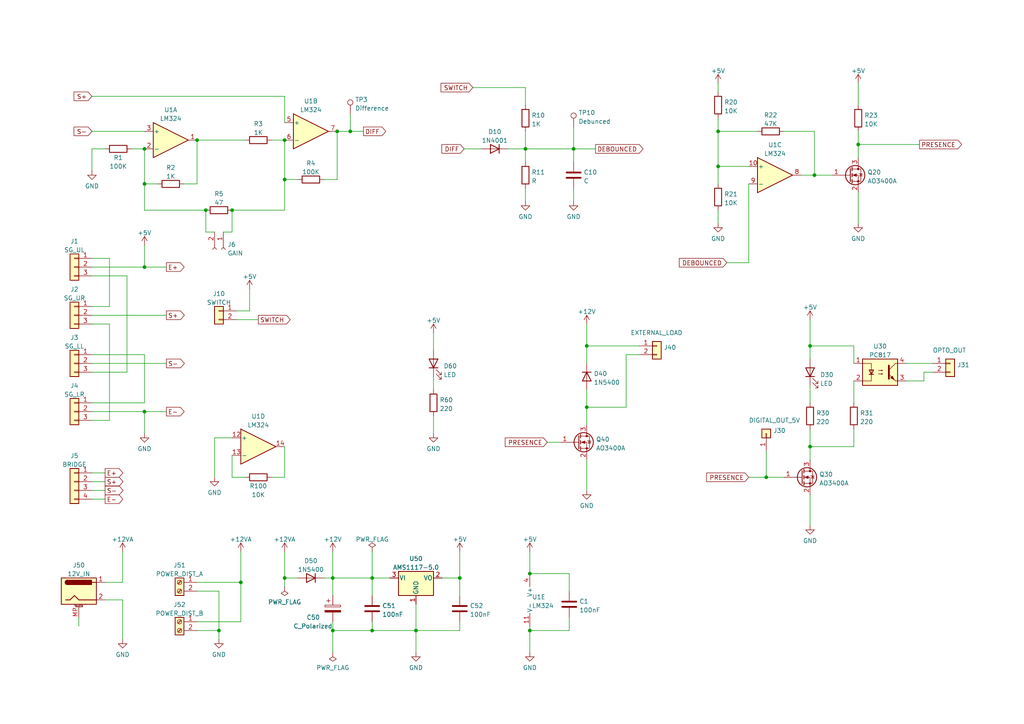
<source format=kicad_sch>
(kicad_sch (version 20211123) (generator eeschema)
  (paper "A4")
  (lib_symbols
    (symbol "Amplifier_Operational:LM324" (pin_names (offset 0.127))
      (property "Reference" "U" (at 0 5.08 0))
      (property "Value" "LM324" (at 0 -5.08 0))
      (symbol "LM324_1_1"
        (polyline (pts (xy -5.08 5.08) (xy 5.08 0) (xy -5.08 -5.08) (xy -5.08 5.08)) (stroke (width 0.254)) (fill (type background)))
        (pin output line (at 7.62 0 180) (length 2.54) (name "~") (number "1"))
        (pin input line (at -7.62 -2.54 0) (length 2.54) (name "-") (number "2"))
        (pin input line (at -7.62 2.54 0) (length 2.54) (name "+") (number "3"))
      )
      (symbol "LM324_2_1"
        (polyline (pts (xy -5.08 5.08) (xy 5.08 0) (xy -5.08 -5.08) (xy -5.08 5.08)) (stroke (width 0.254)) (fill (type background)))
        (pin input line (at -7.62 2.54 0) (length 2.54) (name "+") (number "5"))
        (pin input line (at -7.62 -2.54 0) (length 2.54) (name "-") (number "6"))
        (pin output line (at 7.62 0 180) (length 2.54) (name "~") (number "7"))
      )
      (symbol "LM324_3_1"
        (polyline (pts (xy -5.08 5.08) (xy 5.08 0) (xy -5.08 -5.08) (xy -5.08 5.08)) (stroke (width 0.254)) (fill (type background)))
        (pin input line (at -7.62 2.54 0) (length 2.54) (name "+") (number "10"))
        (pin output line (at 7.62 0 180) (length 2.54) (name "~") (number "8"))
        (pin input line (at -7.62 -2.54 0) (length 2.54) (name "-") (number "9"))
      )
      (symbol "LM324_4_1"
        (polyline (pts (xy -5.08 5.08) (xy 5.08 0) (xy -5.08 -5.08) (xy -5.08 5.08)) (stroke (width 0.254)) (fill (type background)))
        (pin input line (at -7.62 2.54 0) (length 2.54) (name "+") (number "12"))
        (pin input line (at -7.62 -2.54 0) (length 2.54) (name "-") (number "13"))
        (pin output line (at 7.62 0 180) (length 2.54) (name "~") (number "14"))
      )
      (symbol "LM324_5_1"
        (pin power_in line (at -2.54 -7.62 90) (length 3.81) (name "V-") (number "11"))
        (pin power_in line (at -2.54 7.62 270) (length 3.81) (name "V+") (number "4"))
      )
    )
    (symbol "Connector:Barrel_Jack_MountingPin" (pin_names hide)
      (property "Reference" "J" (at 0 5.334 0))
      (property "Value" "Barrel_Jack_MountingPin" (at 1.27 -6.35 0))
      (symbol "Barrel_Jack_MountingPin_0_1"
        (rectangle (start -5.08 3.81) (end 5.08 -3.81) (stroke (width 0.254)) (fill (type background)))
        (arc (start -3.302 3.175) (mid -3.937 2.54) (end -3.302 1.905) (stroke (width 0.254)))
        (arc (start -3.302 3.175) (mid -3.937 2.54) (end -3.302 1.905) (stroke (width 0.254)) (fill (type outline)))
        (polyline (pts (xy 5.08 2.54) (xy 3.81 2.54)) (stroke (width 0.254)))
        (polyline (pts (xy -3.81 -2.54) (xy -2.54 -2.54) (xy -1.27 -1.27) (xy 0 -2.54) (xy 2.54 -2.54) (xy 5.08 -2.54)) (stroke (width 0.254)))
        (rectangle (start 3.683 3.175) (end -3.302 1.905) (stroke (width 0.254)) (fill (type outline)))
      )
      (symbol "Barrel_Jack_MountingPin_1_1"
        (polyline (pts (xy -1.016 -4.572) (xy 1.016 -4.572)) (stroke (width 0.1524)))
        (text "Mounting" (at 0 -4.191 0) (effects (font (size 0.381 0.381))))
        (pin passive line (at 7.62 2.54 180) (length 2.54) (name "~") (number "1"))
        (pin passive line (at 7.62 -2.54 180) (length 2.54) (name "~") (number "2"))
        (pin passive line (at 0 -7.62 90) (length 3.048) (name "MountPin") (number "MP"))
      )
    )
    (symbol "Connector:Conn_01x02_Female" (pin_names (offset 1.016) hide)
      (property "Reference" "J" (at 0 2.54 0))
      (property "Value" "Conn_01x02_Female" (at 0 -5.08 0))
      (symbol "Conn_01x02_Female_1_1"
        (arc (start 0 -2.032) (mid -0.508 -2.54) (end 0 -3.048) (stroke (width 0.1524)))
        (polyline (pts (xy -1.27 -2.54) (xy -0.508 -2.54)) (stroke (width 0.1524)))
        (polyline (pts (xy -1.27 0) (xy -0.508 0)) (stroke (width 0.1524)))
        (arc (start 0 0.508) (mid -0.508 0) (end 0 -0.508) (stroke (width 0.1524)))
        (pin passive line (at -5.08 0 0) (length 3.81) (name "Pin_1") (number "1"))
        (pin passive line (at -5.08 -2.54 0) (length 3.81) (name "Pin_2") (number "2"))
      )
    )
    (symbol "Connector:Screw_Terminal_01x02" (pin_names (offset 1.016) hide)
      (property "Reference" "J" (at 0 2.54 0))
      (property "Value" "Screw_Terminal_01x02" (at 0 -5.08 0))
      (symbol "Screw_Terminal_01x02_1_1"
        (rectangle (start -1.27 1.27) (end 1.27 -3.81) (stroke (width 0.254)) (fill (type background)))
        (circle (center 0 -2.54) (radius 0.635) (stroke (width 0.1524)))
        (polyline (pts (xy -0.5334 -2.2098) (xy 0.3302 -3.048)) (stroke (width 0.1524)))
        (polyline (pts (xy -0.5334 0.3302) (xy 0.3302 -0.508)) (stroke (width 0.1524)))
        (polyline (pts (xy -0.3556 -2.032) (xy 0.508 -2.8702)) (stroke (width 0.1524)))
        (polyline (pts (xy -0.3556 0.508) (xy 0.508 -0.3302)) (stroke (width 0.1524)))
        (circle (center 0 0) (radius 0.635) (stroke (width 0.1524)))
        (pin passive line (at -5.08 0 0) (length 3.81) (name "Pin_1") (number "1"))
        (pin passive line (at -5.08 -2.54 0) (length 3.81) (name "Pin_2") (number "2"))
      )
    )
    (symbol "Connector:TestPoint" (pin_numbers hide) (pin_names (offset 0.762) hide)
      (property "Reference" "TP" (at 0 6.858 0))
      (property "Value" "TestPoint" (at 0 5.08 0))
      (symbol "TestPoint_0_1"
        (circle (center 0 3.302) (radius 0.762))
      )
      (symbol "TestPoint_1_1"
        (pin passive line (at 0 0 90) (length 2.54) (name "1") (number "1"))
      )
    )
    (symbol "Connector_Generic:Conn_01x01" (pin_names (offset 1.016) hide)
      (property "Reference" "J" (at 0 2.54 0))
      (property "Value" "Conn_01x01" (at 0 -2.54 0))
      (symbol "Conn_01x01_1_1"
        (rectangle (start -1.27 0.127) (end 0 -0.127) (stroke (width 0.1524)))
        (rectangle (start -1.27 1.27) (end 1.27 -1.27) (stroke (width 0.254)) (fill (type background)))
        (pin passive line (at -5.08 0 0) (length 3.81) (name "Pin_1") (number "1"))
      )
    )
    (symbol "Connector_Generic:Conn_01x02" (pin_names (offset 1.016) hide)
      (property "Reference" "J" (at 0 2.54 0))
      (property "Value" "Conn_01x02" (at 0 -5.08 0))
      (symbol "Conn_01x02_1_1"
        (rectangle (start -1.27 -2.413) (end 0 -2.667) (stroke (width 0.1524)))
        (rectangle (start -1.27 0.127) (end 0 -0.127) (stroke (width 0.1524)))
        (rectangle (start -1.27 1.27) (end 1.27 -3.81) (stroke (width 0.254)) (fill (type background)))
        (pin passive line (at -5.08 0 0) (length 3.81) (name "Pin_1") (number "1"))
        (pin passive line (at -5.08 -2.54 0) (length 3.81) (name "Pin_2") (number "2"))
      )
    )
    (symbol "Connector_Generic:Conn_01x03" (pin_names (offset 1.016) hide)
      (property "Reference" "J" (at 0 5.08 0))
      (property "Value" "Conn_01x03" (at 0 -5.08 0))
      (symbol "Conn_01x03_1_1"
        (rectangle (start -1.27 -2.413) (end 0 -2.667) (stroke (width 0.1524)))
        (rectangle (start -1.27 0.127) (end 0 -0.127) (stroke (width 0.1524)))
        (rectangle (start -1.27 2.667) (end 0 2.413) (stroke (width 0.1524)))
        (rectangle (start -1.27 3.81) (end 1.27 -3.81) (stroke (width 0.254)) (fill (type background)))
        (pin passive line (at -5.08 2.54 0) (length 3.81) (name "Pin_1") (number "1"))
        (pin passive line (at -5.08 0 0) (length 3.81) (name "Pin_2") (number "2"))
        (pin passive line (at -5.08 -2.54 0) (length 3.81) (name "Pin_3") (number "3"))
      )
    )
    (symbol "Connector_Generic:Conn_01x04" (pin_names (offset 1.016) hide)
      (property "Reference" "J" (at 0 5.08 0))
      (property "Value" "Conn_01x04" (at 0 -7.62 0))
      (symbol "Conn_01x04_1_1"
        (rectangle (start -1.27 -4.953) (end 0 -5.207) (stroke (width 0.1524)))
        (rectangle (start -1.27 -2.413) (end 0 -2.667) (stroke (width 0.1524)))
        (rectangle (start -1.27 0.127) (end 0 -0.127) (stroke (width 0.1524)))
        (rectangle (start -1.27 2.667) (end 0 2.413) (stroke (width 0.1524)))
        (rectangle (start -1.27 3.81) (end 1.27 -6.35) (stroke (width 0.254)) (fill (type background)))
        (pin passive line (at -5.08 2.54 0) (length 3.81) (name "Pin_1") (number "1"))
        (pin passive line (at -5.08 0 0) (length 3.81) (name "Pin_2") (number "2"))
        (pin passive line (at -5.08 -2.54 0) (length 3.81) (name "Pin_3") (number "3"))
        (pin passive line (at -5.08 -5.08 0) (length 3.81) (name "Pin_4") (number "4"))
      )
    )
    (symbol "Device:C" (pin_numbers hide) (pin_names (offset 0.254))
      (property "Reference" "C" (at 0.635 2.54 0))
      (property "Value" "C" (at 0.635 -2.54 0))
      (symbol "C_0_1"
        (polyline (pts (xy -2.032 -0.762) (xy 2.032 -0.762)) (stroke (width 0.508)))
        (polyline (pts (xy -2.032 0.762) (xy 2.032 0.762)) (stroke (width 0.508)))
      )
      (symbol "C_1_1"
        (pin passive line (at 0 3.81 270) (length 2.794) (name "~") (number "1"))
        (pin passive line (at 0 -3.81 90) (length 2.794) (name "~") (number "2"))
      )
    )
    (symbol "Device:C_Polarized" (pin_numbers hide) (pin_names (offset 0.254))
      (property "Reference" "C" (at 0.635 2.54 0))
      (property "Value" "C_Polarized" (at 0.635 -2.54 0))
      (symbol "C_Polarized_0_1"
        (rectangle (start -2.286 0.508) (end 2.286 1.016))
        (polyline (pts (xy -1.778 2.286) (xy -0.762 2.286)))
        (polyline (pts (xy -1.27 2.794) (xy -1.27 1.778)))
        (rectangle (start 2.286 -0.508) (end -2.286 -1.016) (fill (type outline)))
      )
      (symbol "C_Polarized_1_1"
        (pin passive line (at 0 3.81 270) (length 2.794) (name "~") (number "1"))
        (pin passive line (at 0 -3.81 90) (length 2.794) (name "~") (number "2"))
      )
    )
    (symbol "Device:LED" (pin_numbers hide) (pin_names (offset 1.016) hide)
      (property "Reference" "D" (at 0 2.54 0))
      (property "Value" "LED" (at 0 -2.54 0))
      (symbol "LED_0_1"
        (polyline (pts (xy -1.27 -1.27) (xy -1.27 1.27)) (stroke (width 0.254)))
        (polyline (pts (xy -1.27 0) (xy 1.27 0)))
        (polyline (pts (xy 1.27 -1.27) (xy 1.27 1.27) (xy -1.27 0) (xy 1.27 -1.27)) (stroke (width 0.254)))
        (polyline (pts (xy -3.048 -0.762) (xy -4.572 -2.286) (xy -3.81 -2.286) (xy -4.572 -2.286) (xy -4.572 -1.524)))
        (polyline (pts (xy -1.778 -0.762) (xy -3.302 -2.286) (xy -2.54 -2.286) (xy -3.302 -2.286) (xy -3.302 -1.524)))
      )
      (symbol "LED_1_1"
        (pin passive line (at -3.81 0 0) (length 2.54) (name "K") (number "1"))
        (pin passive line (at 3.81 0 180) (length 2.54) (name "A") (number "2"))
      )
    )
    (symbol "Device:R" (pin_numbers hide) (pin_names (offset 0))
      (property "Reference" "R" (at 2.032 0 90))
      (property "Value" "R" (at 0 0 90))
      (symbol "R_0_1"
        (rectangle (start -1.016 -2.54) (end 1.016 2.54) (stroke (width 0.254)))
      )
      (symbol "R_1_1"
        (pin passive line (at 0 3.81 270) (length 1.27) (name "~") (number "1"))
        (pin passive line (at 0 -3.81 90) (length 1.27) (name "~") (number "2"))
      )
    )
    (symbol "Diode:1N4001" (pin_numbers hide) (pin_names (offset 1.016) hide)
      (property "Reference" "D" (at 0 2.54 0))
      (property "Value" "1N4001" (at 0 -2.54 0))
      (symbol "1N4001_0_1"
        (polyline (pts (xy -1.27 1.27) (xy -1.27 -1.27)) (stroke (width 0.254)))
        (polyline (pts (xy 1.27 0) (xy -1.27 0)))
        (polyline (pts (xy 1.27 1.27) (xy 1.27 -1.27) (xy -1.27 0) (xy 1.27 1.27)) (stroke (width 0.254)))
      )
      (symbol "1N4001_1_1"
        (pin passive line (at -3.81 0 0) (length 2.54) (name "K") (number "1"))
        (pin passive line (at 3.81 0 180) (length 2.54) (name "A") (number "2"))
      )
    )
    (symbol "Diode:1N5400" (pin_numbers hide) (pin_names (offset 1.016) hide)
      (property "Reference" "D" (at 0 2.54 0))
      (property "Value" "1N5400" (at 0 -2.54 0))
      (symbol "1N5400_0_1"
        (polyline (pts (xy -1.27 1.27) (xy -1.27 -1.27)) (stroke (width 0.254)))
        (polyline (pts (xy 1.27 0) (xy -1.27 0)))
        (polyline (pts (xy 1.27 1.27) (xy 1.27 -1.27) (xy -1.27 0) (xy 1.27 1.27)) (stroke (width 0.254)))
      )
      (symbol "1N5400_1_1"
        (pin passive line (at -3.81 0 0) (length 2.54) (name "K") (number "1"))
        (pin passive line (at 3.81 0 180) (length 2.54) (name "A") (number "2"))
      )
    )
    (symbol "Isolator:PC817" (pin_names (offset 1.016))
      (property "Reference" "U" (at -5.08 5.08 0))
      (property "Value" "PC817" (at 0 5.08 0))
      (symbol "PC817_0_1"
        (rectangle (start -5.08 3.81) (end 5.08 -3.81) (stroke (width 0.254)) (fill (type background)))
        (polyline (pts (xy -3.175 -0.635) (xy -1.905 -0.635)) (stroke (width 0.254)))
        (polyline (pts (xy 2.54 0.635) (xy 4.445 2.54)))
        (polyline (pts (xy 4.445 -2.54) (xy 2.54 -0.635)) (fill (type outline)))
        (polyline (pts (xy 4.445 -2.54) (xy 5.08 -2.54)))
        (polyline (pts (xy 4.445 2.54) (xy 5.08 2.54)))
        (polyline (pts (xy -5.08 2.54) (xy -2.54 2.54) (xy -2.54 -0.635)))
        (polyline (pts (xy -2.54 -0.635) (xy -2.54 -2.54) (xy -5.08 -2.54)))
        (polyline (pts (xy 2.54 1.905) (xy 2.54 -1.905) (xy 2.54 -1.905)) (stroke (width 0.508)))
        (polyline (pts (xy -2.54 -0.635) (xy -3.175 0.635) (xy -1.905 0.635) (xy -2.54 -0.635)) (stroke (width 0.254)))
        (polyline (pts (xy -0.508 -0.508) (xy 0.762 -0.508) (xy 0.381 -0.635) (xy 0.381 -0.381) (xy 0.762 -0.508)))
        (polyline (pts (xy -0.508 0.508) (xy 0.762 0.508) (xy 0.381 0.381) (xy 0.381 0.635) (xy 0.762 0.508)))
        (polyline (pts (xy 3.048 -1.651) (xy 3.556 -1.143) (xy 4.064 -2.159) (xy 3.048 -1.651) (xy 3.048 -1.651)) (fill (type outline)))
      )
      (symbol "PC817_1_1"
        (pin passive line (at -7.62 2.54 0) (length 2.54) (name "~") (number "1"))
        (pin passive line (at -7.62 -2.54 0) (length 2.54) (name "~") (number "2"))
        (pin passive line (at 7.62 -2.54 180) (length 2.54) (name "~") (number "3"))
        (pin passive line (at 7.62 2.54 180) (length 2.54) (name "~") (number "4"))
      )
    )
    (symbol "Regulator_Linear:AMS1117-5.0" (pin_names (offset 0.254))
      (property "Reference" "U" (at -3.81 3.175 0))
      (property "Value" "AMS1117-5.0" (at 0 3.175 0))
      (symbol "AMS1117-5.0_0_1"
        (rectangle (start -5.08 -5.08) (end 5.08 1.905) (stroke (width 0.254)) (fill (type background)))
      )
      (symbol "AMS1117-5.0_1_1"
        (pin power_in line (at 0 -7.62 90) (length 2.54) (name "GND") (number "1"))
        (pin power_out line (at 7.62 0 180) (length 2.54) (name "VO") (number "2"))
        (pin power_in line (at -7.62 0 0) (length 2.54) (name "VI") (number "3"))
      )
    )
    (symbol "Transistor_FET:AO3400A" (pin_names hide)
      (property "Reference" "Q" (at 5.08 1.905 0))
      (property "Value" "AO3400A" (at 5.08 0 0))
      (symbol "AO3400A_0_1"
        (polyline (pts (xy 0.254 0) (xy -2.54 0)))
        (polyline (pts (xy 0.254 1.905) (xy 0.254 -1.905)) (stroke (width 0.254)))
        (polyline (pts (xy 0.762 -1.27) (xy 0.762 -2.286)) (stroke (width 0.254)))
        (polyline (pts (xy 0.762 0.508) (xy 0.762 -0.508)) (stroke (width 0.254)))
        (polyline (pts (xy 0.762 2.286) (xy 0.762 1.27)) (stroke (width 0.254)))
        (polyline (pts (xy 2.54 2.54) (xy 2.54 1.778)))
        (polyline (pts (xy 2.54 -2.54) (xy 2.54 0) (xy 0.762 0)))
        (polyline (pts (xy 0.762 -1.778) (xy 3.302 -1.778) (xy 3.302 1.778) (xy 0.762 1.778)))
        (polyline (pts (xy 1.016 0) (xy 2.032 0.381) (xy 2.032 -0.381) (xy 1.016 0)) (fill (type outline)))
        (polyline (pts (xy 2.794 0.508) (xy 2.921 0.381) (xy 3.683 0.381) (xy 3.81 0.254)))
        (polyline (pts (xy 3.302 0.381) (xy 2.921 -0.254) (xy 3.683 -0.254) (xy 3.302 0.381)))
        (circle (center 1.651 0) (radius 2.794) (stroke (width 0.254)))
        (circle (center 2.54 -1.778) (radius 0.254) (fill (type outline)))
        (circle (center 2.54 1.778) (radius 0.254) (fill (type outline)))
      )
      (symbol "AO3400A_1_1"
        (pin input line (at -5.08 0 0) (length 2.54) (name "G") (number "1"))
        (pin passive line (at 2.54 -5.08 90) (length 2.54) (name "S") (number "2"))
        (pin passive line (at 2.54 5.08 270) (length 2.54) (name "D") (number "3"))
      )
    )
    (symbol "power:+12V" (power) (pin_names (offset 0))
      (property "Value" "+12V" (at 0 3.556 0))
      (symbol "+12V_0_1"
        (polyline (pts (xy -0.762 1.27) (xy 0 2.54)))
        (polyline (pts (xy 0 0) (xy 0 2.54)))
        (polyline (pts (xy 0 2.54) (xy 0.762 1.27)))
      )
      (symbol "+12V_1_1"
        (pin power_in line (at 0 0 90) (length 0) hide (name "+12V") (number "1"))
      )
    )
    (symbol "power:+12VA" (power) (pin_names (offset 0))
      (property "Value" "+12VA" (at 0 3.556 0))
      (symbol "+12VA_0_1"
        (polyline (pts (xy -0.762 1.27) (xy 0 2.54)))
        (polyline (pts (xy 0 0) (xy 0 2.54)))
        (polyline (pts (xy 0 2.54) (xy 0.762 1.27)))
      )
      (symbol "+12VA_1_1"
        (pin power_in line (at 0 0 90) (length 0) hide (name "+12VA") (number "1"))
      )
    )
    (symbol "power:+5V" (power) (pin_names (offset 0))
      (property "Value" "+5V" (at 0 3.556 0))
      (symbol "+5V_0_1"
        (polyline (pts (xy -0.762 1.27) (xy 0 2.54)))
        (polyline (pts (xy 0 0) (xy 0 2.54)))
        (polyline (pts (xy 0 2.54) (xy 0.762 1.27)))
      )
      (symbol "+5V_1_1"
        (pin power_in line (at 0 0 90) (length 0) hide (name "+5V") (number "1"))
      )
    )
    (symbol "power:GND" (power) (pin_names (offset 0))
      (property "Value" "GND" (at 0 -3.81 0))
      (symbol "GND_0_1"
        (polyline (pts (xy 0 0) (xy 0 -1.27) (xy 1.27 -1.27) (xy 0 -2.54) (xy -1.27 -1.27) (xy 0 -1.27)))
      )
      (symbol "GND_1_1"
        (pin power_in line (at 0 0 270) (length 0) hide (name "GND") (number "1"))
      )
    )
    (symbol "power:PWR_FLAG" (power) (pin_numbers hide) (pin_names (offset 0) hide)
      (property "Value" "PWR_FLAG" (at 0 3.81 0))
      (symbol "PWR_FLAG_0_0"
        (pin power_out line (at 0 0 90) (length 0) (name "pwr") (number "1"))
      )
      (symbol "PWR_FLAG_0_1"
        (polyline (pts (xy 0 0) (xy 0 1.27) (xy -1.016 1.905) (xy 0 2.54) (xy 1.016 1.905) (xy 0 1.27)))
      )
    )
  )
  (junction (at 41.91 43.18))
  (junction (at 82.55 167.64))
  (junction (at 41.91 119.38))
  (junction (at 107.95 182.88))
  (junction (at 153.67 182.88))
  (junction (at 97.79 38.1))
  (junction (at 153.67 166.37))
  (junction (at 63.5 182.88))
  (junction (at 96.52 167.64))
  (junction (at 120.65 182.88))
  (junction (at 82.55 40.64))
  (junction (at 96.52 182.88))
  (junction (at 82.55 52.07))
  (junction (at 41.91 53.34))
  (junction (at 101.6 38.1))
  (junction (at 67.31 60.96))
  (junction (at 57.15 40.64))
  (junction (at 166.37 43.18))
  (junction (at 59.69 60.96))
  (junction (at 133.35 167.64))
  (junction (at 208.28 38.1))
  (junction (at 107.95 167.64))
  (junction (at 152.4 43.18))
  (junction (at 236.22 50.8))
  (junction (at 69.85 168.91))
  (junction (at 248.92 41.91))
  (junction (at 234.95 100.33))
  (junction (at 170.18 100.33))
  (junction (at 41.91 77.47))
  (junction (at 170.18 118.11))
  (junction (at 222.25 138.43))
  (junction (at 208.28 48.26))
  (junction (at 234.95 129.54))
  (wire (pts (xy 120.65 182.88) (xy 133.35 182.88)))
  (wire (pts (xy 125.73 96.52) (xy 125.73 101.6)))
  (wire (pts (xy 236.22 50.8) (xy 241.3 50.8)))
  (wire (pts (xy 26.67 105.41) (xy 48.26 105.41)))
  (wire (pts (xy 247.65 100.33) (xy 247.65 105.41)))
  (wire (pts (xy 107.95 167.64) (xy 107.95 172.72)))
  (wire (pts (xy 170.18 113.03) (xy 170.18 118.11)))
  (wire (pts (xy 153.67 181.61) (xy 153.67 182.88)))
  (wire (pts (xy 26.67 102.87) (xy 41.91 102.87)))
  (wire (pts (xy 120.65 182.88) (xy 120.65 189.23)))
  (wire (pts (xy 57.15 53.34) (xy 57.15 40.64)))
  (wire (pts (xy 236.22 38.1) (xy 236.22 50.8)))
  (wire (pts (xy 170.18 118.11) (xy 170.18 123.19)))
  (wire (pts (xy 234.95 100.33) (xy 234.95 104.14)))
  (wire (pts (xy 234.95 143.51) (xy 234.95 152.4)))
  (wire (pts (xy 96.52 167.64) (xy 96.52 172.72)))
  (wire (pts (xy 107.95 182.88) (xy 120.65 182.88)))
  (wire (pts (xy 22.86 179.07) (xy 22.86 181.61)))
  (wire (pts (xy 208.28 48.26) (xy 208.28 53.34)))
  (wire (pts (xy 78.74 40.64) (xy 82.55 40.64)))
  (wire (pts (xy 69.85 168.91) (xy 69.85 180.34)))
  (wire (pts (xy 35.56 160.02) (xy 35.56 168.91)))
  (wire (pts (xy 101.6 33.02) (xy 101.6 38.1)))
  (wire (pts (xy 68.58 92.71) (xy 74.93 92.71)))
  (wire (pts (xy 26.67 43.18) (xy 26.67 49.53)))
  (wire (pts (xy 26.67 137.16) (xy 30.48 137.16)))
  (wire (pts (xy 208.28 60.96) (xy 208.28 64.77)))
  (wire (pts (xy 41.91 116.84) (xy 26.67 116.84)))
  (wire (pts (xy 82.55 27.94) (xy 82.55 35.56)))
  (wire (pts (xy 248.92 41.91) (xy 248.92 45.72)))
  (wire (pts (xy 165.1 171.45) (xy 165.1 166.37)))
  (wire (pts (xy 147.32 43.18) (xy 152.4 43.18)))
  (wire (pts (xy 170.18 100.33) (xy 185.42 100.33)))
  (wire (pts (xy 248.92 41.91) (xy 266.7 41.91)))
  (wire (pts (xy 82.55 167.64) (xy 86.36 167.64)))
  (wire (pts (xy 152.4 38.1) (xy 152.4 43.18)))
  (wire (pts (xy 97.79 52.07) (xy 93.98 52.07)))
  (wire (pts (xy 82.55 160.02) (xy 82.55 167.64)))
  (wire (pts (xy 247.65 110.49) (xy 247.65 116.84)))
  (wire (pts (xy 248.92 38.1) (xy 248.92 41.91)))
  (wire (pts (xy 38.1 43.18) (xy 41.91 43.18)))
  (wire (pts (xy 26.67 93.98) (xy 31.75 93.98)))
  (wire (pts (xy 234.95 124.46) (xy 234.95 129.54)))
  (wire (pts (xy 26.67 77.47) (xy 41.91 77.47)))
  (wire (pts (xy 97.79 38.1) (xy 97.79 52.07)))
  (wire (pts (xy 96.52 182.88) (xy 96.52 189.23)))
  (wire (pts (xy 101.6 38.1) (xy 105.41 38.1)))
  (wire (pts (xy 247.65 124.46) (xy 247.65 129.54)))
  (wire (pts (xy 86.36 52.07) (xy 82.55 52.07)))
  (wire (pts (xy 153.67 182.88) (xy 153.67 189.23)))
  (wire (pts (xy 217.17 48.26) (xy 208.28 48.26)))
  (wire (pts (xy 48.26 119.38) (xy 41.91 119.38)))
  (wire (pts (xy 72.39 90.17) (xy 68.58 90.17)))
  (wire (pts (xy 82.55 60.96) (xy 82.55 52.07)))
  (wire (pts (xy 67.31 138.43) (xy 71.12 138.43)))
  (wire (pts (xy 107.95 167.64) (xy 96.52 167.64)))
  (wire (pts (xy 166.37 36.83) (xy 166.37 43.18)))
  (wire (pts (xy 133.35 167.64) (xy 133.35 172.72)))
  (wire (pts (xy 67.31 60.96) (xy 82.55 60.96)))
  (wire (pts (xy 26.67 74.93) (xy 31.75 74.93)))
  (wire (pts (xy 152.4 54.61) (xy 152.4 58.42)))
  (wire (pts (xy 26.67 27.94) (xy 82.55 27.94)))
  (wire (pts (xy 248.92 24.13) (xy 248.92 30.48)))
  (wire (pts (xy 262.89 105.41) (xy 270.51 105.41)))
  (wire (pts (xy 222.25 138.43) (xy 227.33 138.43)))
  (wire (pts (xy 165.1 179.07) (xy 165.1 182.88)))
  (wire (pts (xy 41.91 119.38) (xy 41.91 125.73)))
  (wire (pts (xy 26.67 80.01) (xy 36.83 80.01)))
  (wire (pts (xy 234.95 129.54) (xy 234.95 133.35)))
  (wire (pts (xy 208.28 38.1) (xy 219.71 38.1)))
  (wire (pts (xy 41.91 119.38) (xy 26.67 119.38)))
  (wire (pts (xy 247.65 129.54) (xy 234.95 129.54)))
  (wire (pts (xy 31.75 93.98) (xy 31.75 121.92)))
  (wire (pts (xy 227.33 38.1) (xy 236.22 38.1)))
  (wire (pts (xy 120.65 175.26) (xy 120.65 182.88)))
  (wire (pts (xy 134.62 43.18) (xy 139.7 43.18)))
  (wire (pts (xy 82.55 138.43) (xy 82.55 129.54)))
  (wire (pts (xy 45.72 53.34) (xy 41.91 53.34)))
  (wire (pts (xy 41.91 53.34) (xy 41.91 60.96)))
  (wire (pts (xy 67.31 127) (xy 62.23 127)))
  (wire (pts (xy 152.4 43.18) (xy 166.37 43.18)))
  (wire (pts (xy 57.15 180.34) (xy 69.85 180.34)))
  (wire (pts (xy 62.23 127) (xy 62.23 138.43)))
  (wire (pts (xy 107.95 180.34) (xy 107.95 182.88)))
  (wire (pts (xy 107.95 182.88) (xy 96.52 182.88)))
  (wire (pts (xy 30.48 173.99) (xy 35.56 173.99)))
  (wire (pts (xy 78.74 138.43) (xy 82.55 138.43)))
  (wire (pts (xy 137.16 25.4) (xy 152.4 25.4)))
  (wire (pts (xy 234.95 111.76) (xy 234.95 116.84)))
  (wire (pts (xy 96.52 182.88) (xy 96.52 180.34)))
  (wire (pts (xy 31.75 74.93) (xy 31.75 88.9)))
  (wire (pts (xy 170.18 100.33) (xy 170.18 105.41)))
  (wire (pts (xy 64.77 67.31) (xy 67.31 67.31)))
  (wire (pts (xy 234.95 92.71) (xy 234.95 100.33)))
  (wire (pts (xy 234.95 100.33) (xy 247.65 100.33)))
  (wire (pts (xy 181.61 118.11) (xy 170.18 118.11)))
  (wire (pts (xy 107.95 160.02) (xy 107.95 167.64)))
  (wire (pts (xy 270.51 107.95) (xy 267.97 107.95)))
  (wire (pts (xy 166.37 43.18) (xy 166.37 46.99)))
  (wire (pts (xy 128.27 167.64) (xy 133.35 167.64)))
  (wire (pts (xy 217.17 53.34) (xy 217.17 76.2)))
  (wire (pts (xy 69.85 160.02) (xy 69.85 168.91)))
  (wire (pts (xy 41.91 53.34) (xy 41.91 43.18)))
  (wire (pts (xy 57.15 40.64) (xy 71.12 40.64)))
  (wire (pts (xy 152.4 43.18) (xy 152.4 46.99)))
  (wire (pts (xy 57.15 168.91) (xy 69.85 168.91)))
  (wire (pts (xy 125.73 109.22) (xy 125.73 113.03)))
  (wire (pts (xy 158.75 128.27) (xy 162.56 128.27)))
  (wire (pts (xy 26.67 38.1) (xy 41.91 38.1)))
  (wire (pts (xy 181.61 102.87) (xy 181.61 118.11)))
  (wire (pts (xy 26.67 142.24) (xy 30.48 142.24)))
  (wire (pts (xy 57.15 171.45) (xy 63.5 171.45)))
  (wire (pts (xy 208.28 48.26) (xy 208.28 38.1)))
  (wire (pts (xy 59.69 67.31) (xy 59.69 60.96)))
  (wire (pts (xy 153.67 160.02) (xy 153.67 166.37)))
  (wire (pts (xy 166.37 43.18) (xy 172.72 43.18)))
  (wire (pts (xy 31.75 121.92) (xy 26.67 121.92)))
  (wire (pts (xy 26.67 144.78) (xy 30.48 144.78)))
  (wire (pts (xy 170.18 93.98) (xy 170.18 100.33)))
  (wire (pts (xy 82.55 52.07) (xy 82.55 40.64)))
  (wire (pts (xy 217.17 76.2) (xy 210.82 76.2)))
  (wire (pts (xy 30.48 168.91) (xy 35.56 168.91)))
  (wire (pts (xy 63.5 182.88) (xy 63.5 185.42)))
  (wire (pts (xy 165.1 182.88) (xy 153.67 182.88)))
  (wire (pts (xy 30.48 43.18) (xy 26.67 43.18)))
  (wire (pts (xy 208.28 38.1) (xy 208.28 34.29)))
  (wire (pts (xy 133.35 160.02) (xy 133.35 167.64)))
  (wire (pts (xy 113.03 167.64) (xy 107.95 167.64)))
  (wire (pts (xy 41.91 60.96) (xy 59.69 60.96)))
  (wire (pts (xy 72.39 83.82) (xy 72.39 90.17)))
  (wire (pts (xy 82.55 167.64) (xy 82.55 170.18)))
  (wire (pts (xy 36.83 80.01) (xy 36.83 107.95)))
  (wire (pts (xy 35.56 173.99) (xy 35.56 185.42)))
  (wire (pts (xy 26.67 139.7) (xy 30.48 139.7)))
  (wire (pts (xy 41.91 77.47) (xy 48.26 77.47)))
  (wire (pts (xy 41.91 102.87) (xy 41.91 116.84)))
  (wire (pts (xy 170.18 133.35) (xy 170.18 142.24)))
  (wire (pts (xy 248.92 55.88) (xy 248.92 64.77)))
  (wire (pts (xy 41.91 71.12) (xy 41.91 77.47)))
  (wire (pts (xy 26.67 91.44) (xy 48.26 91.44)))
  (wire (pts (xy 267.97 107.95) (xy 267.97 110.49)))
  (wire (pts (xy 236.22 50.8) (xy 232.41 50.8)))
  (wire (pts (xy 217.17 138.43) (xy 222.25 138.43)))
  (wire (pts (xy 208.28 24.13) (xy 208.28 26.67)))
  (wire (pts (xy 93.98 167.64) (xy 96.52 167.64)))
  (wire (pts (xy 97.79 38.1) (xy 101.6 38.1)))
  (wire (pts (xy 31.75 88.9) (xy 26.67 88.9)))
  (wire (pts (xy 222.25 130.81) (xy 222.25 138.43)))
  (wire (pts (xy 26.67 107.95) (xy 36.83 107.95)))
  (wire (pts (xy 152.4 25.4) (xy 152.4 30.48)))
  (wire (pts (xy 53.34 53.34) (xy 57.15 53.34)))
  (wire (pts (xy 267.97 110.49) (xy 262.89 110.49)))
  (wire (pts (xy 67.31 132.08) (xy 67.31 138.43)))
  (wire (pts (xy 63.5 182.88) (xy 57.15 182.88)))
  (wire (pts (xy 125.73 125.73) (xy 125.73 120.65)))
  (wire (pts (xy 63.5 171.45) (xy 63.5 182.88)))
  (wire (pts (xy 185.42 102.87) (xy 181.61 102.87)))
  (wire (pts (xy 67.31 67.31) (xy 67.31 60.96)))
  (wire (pts (xy 133.35 182.88) (xy 133.35 180.34)))
  (wire (pts (xy 62.23 67.31) (xy 59.69 67.31)))
  (wire (pts (xy 96.52 160.02) (xy 96.52 167.64)))
  (wire (pts (xy 166.37 54.61) (xy 166.37 58.42)))
  (wire (pts (xy 165.1 166.37) (xy 153.67 166.37)))
  (global_label "PRESENCE" (shape output) (at 266.7 41.91 0) (property "Intersheet References" "${INTERSHEET_REFS}" (effects hide)))
  (global_label "DIFF" (shape input) (at 134.62 43.18 180) (property "Intersheet References" "${INTERSHEET_REFS}" (effects hide)))
  (global_label "E-" (shape output) (at 30.48 144.78 0) (property "Intersheet References" "${INTERSHEET_REFS}" (effects hide)))
  (global_label "S+" (shape output) (at 48.26 91.44 0) (property "Intersheet References" "${INTERSHEET_REFS}" (effects hide)))
  (global_label "E+" (shape output) (at 30.48 137.16 0) (property "Intersheet References" "${INTERSHEET_REFS}" (effects hide)))
  (global_label "SWITCH" (shape input) (at 137.16 25.4 180) (property "Intersheet References" "${INTERSHEET_REFS}" (effects hide)))
  (global_label "E-" (shape output) (at 48.26 119.38 0) (property "Intersheet References" "${INTERSHEET_REFS}" (effects hide)))
  (global_label "S-" (shape input) (at 26.67 38.1 180) (property "Intersheet References" "${INTERSHEET_REFS}" (effects hide)))
  (global_label "S-" (shape output) (at 30.48 142.24 0) (property "Intersheet References" "${INTERSHEET_REFS}" (effects hide)))
  (global_label "S+" (shape output) (at 30.48 139.7 0) (property "Intersheet References" "${INTERSHEET_REFS}" (effects hide)))
  (global_label "PRESENCE" (shape input) (at 158.75 128.27 180) (property "Intersheet References" "${INTERSHEET_REFS}" (effects hide)))
  (global_label "PRESENCE" (shape input) (at 217.17 138.43 180) (property "Intersheet References" "${INTERSHEET_REFS}" (effects hide)))
  (global_label "E+" (shape output) (at 48.26 77.47 0) (property "Intersheet References" "${INTERSHEET_REFS}" (effects hide)))
  (global_label "DIFF" (shape output) (at 105.41 38.1 0) (property "Intersheet References" "${INTERSHEET_REFS}" (effects hide)))
  (global_label "DEBOUNCED" (shape input) (at 210.82 76.2 180) (property "Intersheet References" "${INTERSHEET_REFS}" (effects hide)))
  (global_label "S-" (shape output) (at 48.26 105.41 0) (property "Intersheet References" "${INTERSHEET_REFS}" (effects hide)))
  (global_label "SWITCH" (shape output) (at 74.93 92.71 0) (property "Intersheet References" "${INTERSHEET_REFS}" (effects hide)))
  (global_label "S+" (shape input) (at 26.67 27.94 180) (property "Intersheet References" "${INTERSHEET_REFS}" (effects hide)))
  (global_label "DEBOUNCED" (shape output) (at 172.72 43.18 0) (property "Intersheet References" "${INTERSHEET_REFS}" (effects hide)))
  (symbol (lib_id "Amplifier_Operational:LM324") (at 224.79 50.8 0) (unit 3)
    (property "Reference" "U1" (at 224.79 42.0202 0))
    (property "Value" "LM324" (at 224.79 44.5571 0))
    (property "Footprint" "Package_SO:SOIC-14_3.9x8.7mm_P1.27mm" (effects hide))
    (property "Datasheet" "http://www.ti.com/lit/ds/symlink/lm2902-n.pdf" (effects hide))
  )
  (symbol (lib_id "Connector_Generic:Conn_01x04") (at 21.59 139.7 0) (mirror y) (unit 1)
    (property "Reference" "J5" (at 21.59 132.1902 0))
    (property "Value" "BRIDGE" (at 21.59 134.7271 0))
    (property "Footprint" "Connector_PinHeader_2.54mm:PinHeader_1x04_P2.54mm_Vertical" (effects hide))
  )
  (symbol (lib_id "Amplifier_Operational:LM324") (at 156.21 173.99 0) (unit 5)
    (property "Reference" "U1" (at 154.305 173.1553 0) (effects (justify left)))
    (property "Value" "LM324" (at 154.305 175.6922 0) (effects (justify left)))
    (property "Footprint" "Package_SO:SOIC-14_3.9x8.7mm_P1.27mm" (effects hide))
    (property "Datasheet" "http://www.ti.com/lit/ds/symlink/lm2902-n.pdf" (effects hide))
  )
  (symbol (lib_id "Connector_Generic:Conn_01x02") (at 275.59 105.41 0) (unit 1)
    (property "Reference" "J31" (at 277.622 105.8453 0) (effects (justify left)))
    (property "Value" "OPTO_OUT" (at 270.51 101.6 0) (effects (justify left)))
    (property "Footprint" "Connector_PinHeader_2.54mm:PinHeader_1x02_P2.54mm_Vertical" (effects hide))
  )
  (symbol (lib_id "power:GND") (at 234.95 152.4 0) (unit 1)
    (property "Reference" "#PWR0121" (effects hide))
    (property "Value" "GND" (at 234.95 156.8434 0))
  )
  (symbol (lib_id "power:+5V") (at 72.39 83.82 0) (unit 1)
    (property "Reference" "#PWR0103" (effects hide))
    (property "Value" "+5V" (at 72.39 80.2442 0))
  )
  (symbol (lib_id "power:GND") (at 170.18 142.24 0) (unit 1)
    (property "Reference" "#PWR0124" (effects hide))
    (property "Value" "GND" (at 170.18 146.6834 0))
  )
  (symbol (lib_id "Connector_Generic:Conn_01x01") (at 222.25 125.73 90) (unit 1)
    (property "Reference" "J30" (at 224.282 124.8953 90) (effects (justify right)))
    (property "Value" "DIGITAL_OUT_5V" (at 217.17 121.92 90) (effects (justify right)))
    (property "Footprint" "Connector_PinHeader_2.54mm:PinHeader_1x01_P2.54mm_Vertical" (effects hide))
  )
  (symbol (lib_id "Device:C") (at 166.37 50.8 0) (unit 1)
    (property "Reference" "C10" (at 169.291 49.9653 0) (effects (justify left)))
    (property "Value" "C" (at 169.291 52.5022 0) (effects (justify left)))
    (property "Footprint" "Capacitor_SMD:C_1206_3216Metric_Pad1.33x1.80mm_HandSolder" (effects hide))
  )
  (symbol (lib_id "Device:C") (at 165.1 175.26 0) (unit 1)
    (property "Reference" "C1" (at 168.021 174.4253 0) (effects (justify left)))
    (property "Value" "100nF" (at 168.021 176.9622 0) (effects (justify left)))
    (property "Footprint" "Capacitor_SMD:C_1206_3216Metric_Pad1.33x1.80mm_HandSolder" (effects hide))
  )
  (symbol (lib_id "Diode:1N5400") (at 170.18 109.22 270) (unit 1)
    (property "Reference" "D40" (at 172.212 108.3853 90) (effects (justify left)))
    (property "Value" "1N5400" (at 172.212 110.9222 90) (effects (justify left)))
    (property "Footprint" "Diode_THT:D_DO-35_SOD27_P10.16mm_Horizontal" (effects hide))
    (property "Datasheet" "http://www.vishay.com/docs/88516/1n5400.pdf" (effects hide))
  )
  (symbol (lib_id "Device:R") (at 125.73 116.84 0) (unit 1)
    (property "Reference" "R60" (at 127.508 116.0053 0) (effects (justify left)))
    (property "Value" "220" (at 127.508 118.5422 0) (effects (justify left)))
    (property "Footprint" "Resistor_SMD:R_1206_3216Metric_Pad1.30x1.75mm_HandSolder" (effects hide))
  )
  (symbol (lib_id "Device:R") (at 49.53 53.34 90) (unit 1)
    (property "Reference" "R2" (at 49.53 48.6242 90))
    (property "Value" "1K" (at 49.53 51.1611 90))
    (property "Footprint" "Resistor_SMD:R_1206_3216Metric_Pad1.30x1.75mm_HandSolder" (effects hide))
  )
  (symbol (lib_id "Device:LED") (at 234.95 107.95 90) (unit 1)
    (property "Reference" "D30" (at 237.871 108.7028 90) (effects (justify right)))
    (property "Value" "LED" (at 237.871 111.2397 90) (effects (justify right)))
    (property "Footprint" "LED_SMD:LED_1206_3216Metric_Pad1.42x1.75mm_HandSolder" (effects hide))
  )
  (symbol (lib_id "power:+12VA") (at 35.56 160.02 0) (unit 1)
    (property "Reference" "#PWR0111" (effects hide))
    (property "Value" "+12VA" (at 35.56 156.4442 0))
  )
  (symbol (lib_id "Device:R") (at 152.4 50.8 0) (unit 1)
    (property "Reference" "R11" (at 154.178 49.9653 0) (effects (justify left)))
    (property "Value" "R" (at 154.178 52.5022 0) (effects (justify left)))
    (property "Footprint" "Resistor_SMD:R_1206_3216Metric_Pad1.30x1.75mm_HandSolder" (effects hide))
  )
  (symbol (lib_id "Device:R") (at 208.28 30.48 0) (unit 1)
    (property "Reference" "R20" (at 210.058 29.6453 0) (effects (justify left)))
    (property "Value" "10K" (at 210.058 32.1822 0) (effects (justify left)))
    (property "Footprint" "Resistor_SMD:R_1206_3216Metric_Pad1.30x1.75mm_HandSolder" (effects hide))
  )
  (symbol (lib_id "power:+5V") (at 125.73 96.52 0) (unit 1)
    (property "Reference" "#PWR0127" (effects hide))
    (property "Value" "+5V" (at 125.73 92.9442 0))
  )
  (symbol (lib_id "power:+12VA") (at 82.55 160.02 0) (unit 1)
    (property "Reference" "#PWR0101" (effects hide))
    (property "Value" "+12VA" (at 82.55 156.4442 0))
  )
  (symbol (lib_id "Device:C") (at 107.95 176.53 0) (unit 1)
    (property "Reference" "C51" (at 110.871 175.6953 0) (effects (justify left)))
    (property "Value" "100nF" (at 110.871 178.2322 0) (effects (justify left)))
    (property "Footprint" "Capacitor_SMD:C_1206_3216Metric_Pad1.33x1.80mm_HandSolder" (effects hide))
  )
  (symbol (lib_id "power:+5V") (at 234.95 92.71 0) (unit 1)
    (property "Reference" "#PWR0120" (effects hide))
    (property "Value" "+5V" (at 234.95 89.1342 0))
  )
  (symbol (lib_id "power:GND") (at 125.73 125.73 0) (unit 1)
    (property "Reference" "#PWR0126" (effects hide))
    (property "Value" "GND" (at 125.73 130.1734 0))
  )
  (symbol (lib_id "Diode:1N4001") (at 143.51 43.18 180) (unit 1)
    (property "Reference" "D10" (at 143.51 38.2102 0))
    (property "Value" "1N4001" (at 143.51 40.7471 0))
    (property "Footprint" "Diode_SMD:D_1206_3216Metric_Pad1.42x1.75mm_HandSolder" (effects hide))
    (property "Datasheet" "http://www.vishay.com/docs/88503/1n4001.pdf" (effects hide))
  )
  (symbol (lib_id "power:PWR_FLAG") (at 107.95 160.02 0) (unit 1)
    (property "Reference" "#FLG0102" (effects hide))
    (property "Value" "PWR_FLAG" (at 107.95 156.4442 0))
  )
  (symbol (lib_id "Transistor_FET:AO3400A") (at 167.64 128.27 0) (unit 1)
    (property "Reference" "Q40" (at 172.847 127.4353 0) (effects (justify left)))
    (property "Value" "AO3400A" (at 172.847 129.9722 0) (effects (justify left)))
    (property "Footprint" "Package_TO_SOT_SMD:SOT-23" (effects hide))
    (property "Datasheet" "http://www.aosmd.com/pdfs/datasheet/AO3400A.pdf" (effects hide))
  )
  (symbol (lib_id "Device:R") (at 90.17 52.07 90) (mirror x) (unit 1)
    (property "Reference" "R4" (at 90.17 47.3542 90))
    (property "Value" "100K" (at 90.17 49.8911 90))
    (property "Footprint" "Resistor_SMD:R_1206_3216Metric_Pad1.30x1.75mm_HandSolder" (effects hide))
  )
  (symbol (lib_id "Isolator:PC817") (at 255.27 107.95 0) (unit 1)
    (property "Reference" "U30" (at 255.27 100.4402 0))
    (property "Value" "PC817" (at 255.27 102.9771 0))
    (property "Footprint" "Package_DIP:DIP-4_W7.62mm" (effects hide))
    (property "Datasheet" "http://www.soselectronic.cz/a_info/resource/d/pc817.pdf" (effects hide))
  )
  (symbol (lib_id "power:+5V") (at 208.28 24.13 0) (unit 1)
    (property "Reference" "#PWR0118" (effects hide))
    (property "Value" "+5V" (at 208.28 20.5542 0))
  )
  (symbol (lib_id "Device:R") (at 63.5 60.96 270) (unit 1)
    (property "Reference" "R5" (at 63.5 56.2442 90))
    (property "Value" "47" (at 63.5 58.7811 90))
    (property "Footprint" "Resistor_SMD:R_1206_3216Metric_Pad1.30x1.75mm_HandSolder" (effects hide))
  )
  (symbol (lib_id "Transistor_FET:AO3400A") (at 232.41 138.43 0) (unit 1)
    (property "Reference" "Q30" (at 237.617 137.5953 0) (effects (justify left)))
    (property "Value" "AO3400A" (at 237.617 140.1322 0) (effects (justify left)))
    (property "Footprint" "Package_TO_SOT_SMD:SOT-23" (effects hide))
    (property "Datasheet" "http://www.aosmd.com/pdfs/datasheet/AO3400A.pdf" (effects hide))
  )
  (symbol (lib_id "power:GND") (at 153.67 189.23 0) (unit 1)
    (property "Reference" "#PWR0108" (effects hide))
    (property "Value" "GND" (at 153.67 193.6734 0))
  )
  (symbol (lib_id "Device:R") (at 247.65 120.65 0) (unit 1)
    (property "Reference" "R31" (at 249.428 119.8153 0) (effects (justify left)))
    (property "Value" "220" (at 249.428 122.3522 0) (effects (justify left)))
    (property "Footprint" "Resistor_SMD:R_1206_3216Metric_Pad1.30x1.75mm_HandSolder" (effects hide))
  )
  (symbol (lib_id "power:+5V") (at 41.91 71.12 0) (unit 1)
    (property "Reference" "#PWR0105" (effects hide))
    (property "Value" "+5V" (at 41.91 67.5442 0))
  )
  (symbol (lib_id "power:GND") (at 152.4 58.42 0) (unit 1)
    (property "Reference" "#PWR0122" (effects hide))
    (property "Value" "GND" (at 152.4 62.8634 0))
  )
  (symbol (lib_id "power:GND") (at 63.5 185.42 0) (unit 1)
    (property "Reference" "#PWR0110" (effects hide))
    (property "Value" "GND" (at 63.5 189.8634 0))
  )
  (symbol (lib_id "power:GND") (at 166.37 58.42 0) (unit 1)
    (property "Reference" "#PWR0123" (effects hide))
    (property "Value" "GND" (at 166.37 62.8634 0))
  )
  (symbol (lib_id "power:GND") (at 208.28 64.77 0) (unit 1)
    (property "Reference" "#PWR0119" (effects hide))
    (property "Value" "GND" (at 208.28 69.2134 0))
  )
  (symbol (lib_id "Amplifier_Operational:LM324") (at 49.53 40.64 0) (unit 1)
    (property "Reference" "U1" (at 49.53 31.8602 0))
    (property "Value" "LM324" (at 49.53 34.3971 0))
    (property "Footprint" "Package_SO:SOIC-14_3.9x8.7mm_P1.27mm" (effects hide))
    (property "Datasheet" "http://www.ti.com/lit/ds/symlink/lm2902-n.pdf" (effects hide))
  )
  (symbol (lib_id "Regulator_Linear:AMS1117-5.0") (at 120.65 167.64 0) (unit 1)
    (property "Reference" "U50" (at 120.65 162.0352 0))
    (property "Value" "AMS1117-5.0" (at 120.65 164.5721 0))
    (property "Footprint" "Package_TO_SOT_SMD:SOT-223-3_TabPin2" (effects hide))
    (property "Datasheet" "http://www.advanced-monolithic.com/pdf/ds1117.pdf" (effects hide))
  )
  (symbol (lib_id "Connector_Generic:Conn_01x03") (at 21.59 77.47 0) (mirror y) (unit 1)
    (property "Reference" "J1" (at 21.59 69.9602 0))
    (property "Value" "SG_UL" (at 21.59 72.4971 0))
    (property "Footprint" "Connector_PinHeader_2.54mm:PinHeader_1x03_P2.54mm_Vertical" (effects hide))
  )
  (symbol (lib_id "Device:R") (at 74.93 138.43 90) (unit 1)
    (property "Reference" "R100" (at 74.93 140.9731 90))
    (property "Value" "10K" (at 74.93 143.51 90))
    (property "Footprint" "Resistor_SMD:R_1206_3216Metric_Pad1.30x1.75mm_HandSolder" (effects hide))
  )
  (symbol (lib_id "Device:R") (at 152.4 34.29 0) (unit 1)
    (property "Reference" "R10" (at 154.178 33.4553 0) (effects (justify left)))
    (property "Value" "1K" (at 154.178 35.9922 0) (effects (justify left)))
    (property "Footprint" "Resistor_SMD:R_1206_3216Metric_Pad1.30x1.75mm_HandSolder" (effects hide))
  )
  (symbol (lib_id "power:GND") (at 120.65 189.23 0) (unit 1)
    (property "Reference" "#PWR0107" (effects hide))
    (property "Value" "GND" (at 120.65 193.6734 0))
  )
  (symbol (lib_id "power:PWR_FLAG") (at 82.55 170.18 180) (unit 1)
    (property "Reference" "#FLG0101" (effects hide))
    (property "Value" "PWR_FLAG" (at 82.55 174.6234 0))
  )
  (symbol (lib_id "Device:LED") (at 125.73 105.41 90) (unit 1)
    (property "Reference" "D60" (at 128.651 106.1628 90) (effects (justify right)))
    (property "Value" "LED" (at 128.651 108.6997 90) (effects (justify right)))
    (property "Footprint" "LED_SMD:LED_1206_3216Metric_Pad1.42x1.75mm_HandSolder" (effects hide))
  )
  (symbol (lib_id "power:+12V") (at 96.52 160.02 0) (unit 1)
    (property "Reference" "#PWR0102" (effects hide))
    (property "Value" "+12V" (at 96.52 156.4442 0))
  )
  (symbol (lib_id "Transistor_FET:AO3400A") (at 246.38 50.8 0) (unit 1)
    (property "Reference" "Q20" (at 251.587 49.9653 0) (effects (justify left)))
    (property "Value" "AO3400A" (at 251.587 52.5022 0) (effects (justify left)))
    (property "Footprint" "Package_TO_SOT_SMD:SOT-23" (effects hide))
    (property "Datasheet" "http://www.aosmd.com/pdfs/datasheet/AO3400A.pdf" (effects hide))
  )
  (symbol (lib_id "Device:R") (at 208.28 57.15 0) (unit 1)
    (property "Reference" "R21" (at 210.058 56.3153 0) (effects (justify left)))
    (property "Value" "10K" (at 210.058 58.8522 0) (effects (justify left)))
    (property "Footprint" "Resistor_SMD:R_1206_3216Metric_Pad1.30x1.75mm_HandSolder" (effects hide))
  )
  (symbol (lib_id "Connector_Generic:Conn_01x03") (at 21.59 105.41 0) (mirror y) (unit 1)
    (property "Reference" "J3" (at 21.59 97.9002 0))
    (property "Value" "SG_LL" (at 21.59 100.4371 0))
    (property "Footprint" "Connector_PinHeader_2.54mm:PinHeader_1x03_P2.54mm_Vertical" (effects hide))
  )
  (symbol (lib_id "Device:R") (at 223.52 38.1 90) (unit 1)
    (property "Reference" "R22" (at 223.52 33.3842 90))
    (property "Value" "47K" (at 223.52 35.9211 90))
    (property "Footprint" "Resistor_SMD:R_1206_3216Metric_Pad1.30x1.75mm_HandSolder" (effects hide))
  )
  (symbol (lib_id "Connector:Screw_Terminal_01x02") (at 52.07 168.91 0) (mirror y) (unit 1)
    (property "Reference" "J51" (at 52.07 163.9402 0))
    (property "Value" "POWER_DIST_A" (at 52.07 166.4771 0))
    (property "Footprint" "TerminalBlock:TerminalBlock_bornier-2_P5.08mm" (effects hide))
  )
  (symbol (lib_id "Connector:Conn_01x02_Female") (at 64.77 72.39 270) (unit 1)
    (property "Reference" "J6" (at 65.9892 70.9203 90) (effects (justify left)))
    (property "Value" "GAIN" (at 65.9892 73.4572 90) (effects (justify left)))
    (property "Footprint" "Connector_PinHeader_2.54mm:PinHeader_1x02_P2.54mm_Vertical" (effects hide))
  )
  (symbol (lib_id "Connector:TestPoint") (at 101.6 33.02 0) (unit 1)
    (property "Reference" "TP3" (at 102.997 28.8833 0) (effects (justify left)))
    (property "Value" "Difference" (at 102.997 31.4202 0) (effects (justify left)))
    (property "Footprint" "TestPoint:TestPoint_Pad_D1.0mm" (effects hide))
  )
  (symbol (lib_id "Device:R") (at 234.95 120.65 0) (unit 1)
    (property "Reference" "R30" (at 236.728 119.8153 0) (effects (justify left)))
    (property "Value" "220" (at 236.728 122.3522 0) (effects (justify left)))
    (property "Footprint" "Resistor_SMD:R_1206_3216Metric_Pad1.30x1.75mm_HandSolder" (effects hide))
  )
  (symbol (lib_id "power:+12V") (at 170.18 93.98 0) (unit 1)
    (property "Reference" "#PWR0125" (effects hide))
    (property "Value" "+12V" (at 170.18 90.4042 0))
  )
  (symbol (lib_id "Amplifier_Operational:LM324") (at 90.17 38.1 0) (unit 2)
    (property "Reference" "U1" (at 90.17 29.3202 0))
    (property "Value" "LM324" (at 90.17 31.8571 0))
    (property "Footprint" "Package_SO:SOIC-14_3.9x8.7mm_P1.27mm" (effects hide))
    (property "Datasheet" "http://www.ti.com/lit/ds/symlink/lm2902-n.pdf" (effects hide))
  )
  (symbol (lib_id "power:GND") (at 35.56 185.42 0) (unit 1)
    (property "Reference" "#PWR0112" (effects hide))
    (property "Value" "GND" (at 35.56 189.8634 0))
  )
  (symbol (lib_id "Connector:Screw_Terminal_01x02") (at 52.07 180.34 0) (mirror y) (unit 1)
    (property "Reference" "J52" (at 52.07 175.3702 0))
    (property "Value" "POWER_DIST_B" (at 52.07 177.9071 0))
    (property "Footprint" "TerminalBlock:TerminalBlock_bornier-2_P5.08mm" (effects hide))
  )
  (symbol (lib_id "Diode:1N5400") (at 90.17 167.64 180) (unit 1)
    (property "Reference" "D50" (at 90.17 162.6702 0))
    (property "Value" "1N5400" (at 90.17 165.2071 0))
    (property "Footprint" "Diode_THT:D_DO-35_SOD27_P10.16mm_Horizontal" (effects hide))
    (property "Datasheet" "http://www.vishay.com/docs/88516/1n5400.pdf" (effects hide))
  )
  (symbol (lib_id "Device:R") (at 34.29 43.18 270) (mirror x) (unit 1)
    (property "Reference" "R1" (at 34.29 45.72 90))
    (property "Value" "100K" (at 34.29 48.2569 90))
    (property "Footprint" "Resistor_SMD:R_1206_3216Metric_Pad1.30x1.75mm_HandSolder" (effects hide))
  )
  (symbol (lib_id "Device:R") (at 74.93 40.64 90) (unit 1)
    (property "Reference" "R3" (at 74.93 35.9242 90))
    (property "Value" "1K" (at 74.93 38.4611 90))
    (property "Footprint" "Resistor_SMD:R_1206_3216Metric_Pad1.30x1.75mm_HandSolder" (effects hide))
  )
  (symbol (lib_id "Connector_Generic:Conn_01x03") (at 21.59 91.44 0) (mirror y) (unit 1)
    (property "Reference" "J2" (at 21.59 83.9302 0))
    (property "Value" "SG_UR" (at 21.59 86.4671 0))
    (property "Footprint" "Connector_PinHeader_2.54mm:PinHeader_1x03_P2.54mm_Vertical" (effects hide))
  )
  (symbol (lib_id "Device:C") (at 133.35 176.53 0) (unit 1)
    (property "Reference" "C52" (at 136.271 175.6953 0) (effects (justify left)))
    (property "Value" "100nF" (at 136.271 178.2322 0) (effects (justify left)))
    (property "Footprint" "Capacitor_SMD:C_1206_3216Metric_Pad1.33x1.80mm_HandSolder" (effects hide))
  )
  (symbol (lib_id "Connector_Generic:Conn_01x02") (at 63.5 90.17 0) (mirror y) (unit 1)
    (property "Reference" "J10" (at 63.5 85.2002 0))
    (property "Value" "SWITCH" (at 63.5 87.7371 0))
    (property "Footprint" "Connector_PinHeader_2.54mm:PinHeader_1x02_P2.54mm_Vertical" (effects hide))
  )
  (symbol (lib_id "Device:R") (at 248.92 34.29 0) (unit 1)
    (property "Reference" "R23" (at 250.698 33.4553 0) (effects (justify left)))
    (property "Value" "10K" (at 250.698 35.9922 0) (effects (justify left)))
    (property "Footprint" "Resistor_SMD:R_1206_3216Metric_Pad1.30x1.75mm_HandSolder" (effects hide))
  )
  (symbol (lib_id "Connector_Generic:Conn_01x03") (at 21.59 119.38 0) (mirror y) (unit 1)
    (property "Reference" "J4" (at 21.59 111.8702 0))
    (property "Value" "SG_LR" (at 21.59 114.4071 0))
    (property "Footprint" "Connector_PinHeader_2.54mm:PinHeader_1x03_P2.54mm_Vertical" (effects hide))
  )
  (symbol (lib_id "power:GND") (at 41.91 125.73 0) (unit 1)
    (property "Reference" "#PWR0114" (effects hide))
    (property "Value" "GND" (at 41.91 130.1734 0))
  )
  (symbol (lib_id "Amplifier_Operational:LM324") (at 74.93 129.54 0) (unit 4)
    (property "Reference" "U1" (at 74.93 120.7602 0))
    (property "Value" "LM324" (at 74.93 123.2971 0))
    (property "Footprint" "Package_SO:SOIC-14_3.9x8.7mm_P1.27mm" (effects hide))
    (property "Datasheet" "http://www.ti.com/lit/ds/symlink/lm2902-n.pdf" (effects hide))
  )
  (symbol (lib_id "power:+5V") (at 248.92 24.13 0) (unit 1)
    (property "Reference" "#PWR0116" (effects hide))
    (property "Value" "+5V" (at 248.92 20.5542 0))
  )
  (symbol (lib_id "Connector_Generic:Conn_01x02") (at 190.5 100.33 0) (unit 1)
    (property "Reference" "J40" (at 192.532 100.7653 0) (effects (justify left)))
    (property "Value" "EXTERNAL_LOAD" (at 182.88 96.52 0) (effects (justify left)))
    (property "Footprint" "Connector_PinHeader_2.54mm:PinHeader_1x02_P2.54mm_Vertical" (effects hide))
  )
  (symbol (lib_id "power:GND") (at 62.23 138.43 0) (unit 1)
    (property "Reference" "#PWR0115" (effects hide))
    (property "Value" "GND" (at 62.23 142.8734 0))
  )
  (symbol (lib_id "power:+12VA") (at 69.85 160.02 0) (unit 1)
    (property "Reference" "#PWR0113" (effects hide))
    (property "Value" "+12VA" (at 69.85 156.4442 0))
  )
  (symbol (lib_id "power:+5V") (at 153.67 160.02 0) (unit 1)
    (property "Reference" "#PWR0109" (effects hide))
    (property "Value" "+5V" (at 153.67 156.4442 0))
  )
  (symbol (lib_id "power:PWR_FLAG") (at 96.52 189.23 180) (unit 1)
    (property "Reference" "#FLG0103" (effects hide))
    (property "Value" "PWR_FLAG" (at 96.52 193.6734 0))
  )
  (symbol (lib_id "Device:C_Polarized") (at 96.52 176.53 0) (unit 1)
    (property "Reference" "C50" (at 88.9 179.07 0) (effects (justify left)))
    (property "Value" "C_Polarized" (at 85.09 181.61 0) (effects (justify left)))
    (property "Footprint" "Capacitor_THT:CP_Radial_D8.0mm_P5.00mm" (effects hide))
  )
  (symbol (lib_id "power:GND") (at 248.92 64.77 0) (unit 1)
    (property "Reference" "#PWR0117" (effects hide))
    (property "Value" "GND" (at 248.92 69.2134 0))
  )
  (symbol (lib_id "power:+5V") (at 133.35 160.02 0) (unit 1)
    (property "Reference" "#PWR0106" (effects hide))
    (property "Value" "+5V" (at 133.35 156.4442 0))
  )
  (symbol (lib_id "power:GND") (at 26.67 49.53 0) (unit 1)
    (property "Reference" "#PWR0104" (effects hide))
    (property "Value" "GND" (at 26.67 53.9734 0))
  )
  (symbol (lib_id "Connector:Barrel_Jack_MountingPin") (at 22.86 171.45 0) (unit 1)
    (property "Reference" "J50" (at 22.86 163.9402 0))
    (property "Value" "12V_IN" (at 22.86 166.4771 0))
    (property "Footprint" "Connector_BarrelJack:BarrelJack_Horizontal" (effects hide))
  )
  (symbol (lib_id "Connector:TestPoint") (at 166.37 36.83 0) (unit 1)
    (property "Reference" "TP10" (at 167.767 32.6933 0) (effects (justify left)))
    (property "Value" "Debunced" (at 167.767 35.2302 0) (effects (justify left)))
    (property "Footprint" "TestPoint:TestPoint_Pad_D1.0mm" (effects hide))
  )
)
</source>
